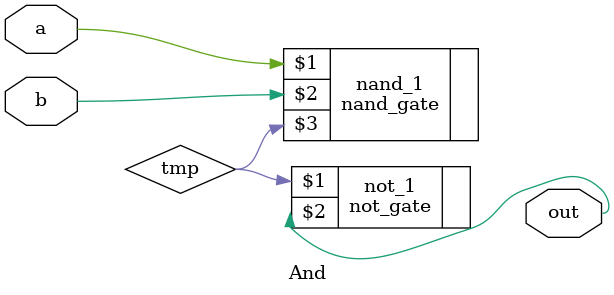
<source format=sv>
module And (input a, b,
                 output out);
   wire                 tmp;
   nand_gate nand_1(a, b, tmp);
   not_gate not_1(tmp, out);
endmodule // and_gate


</source>
